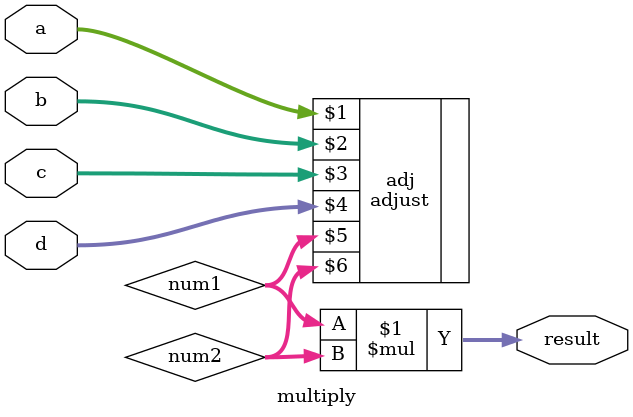
<source format=v>
`timescale 1ns / 1ps


module multiply(input [3:0] a,input [3:0] b,input [3:0] c,input [3:0] d,output[13:0] result);
wire [7:0] num1,num2;
adjust adj (a,b,c,d,num1,num2);
assign result=num1*num2;
endmodule

</source>
